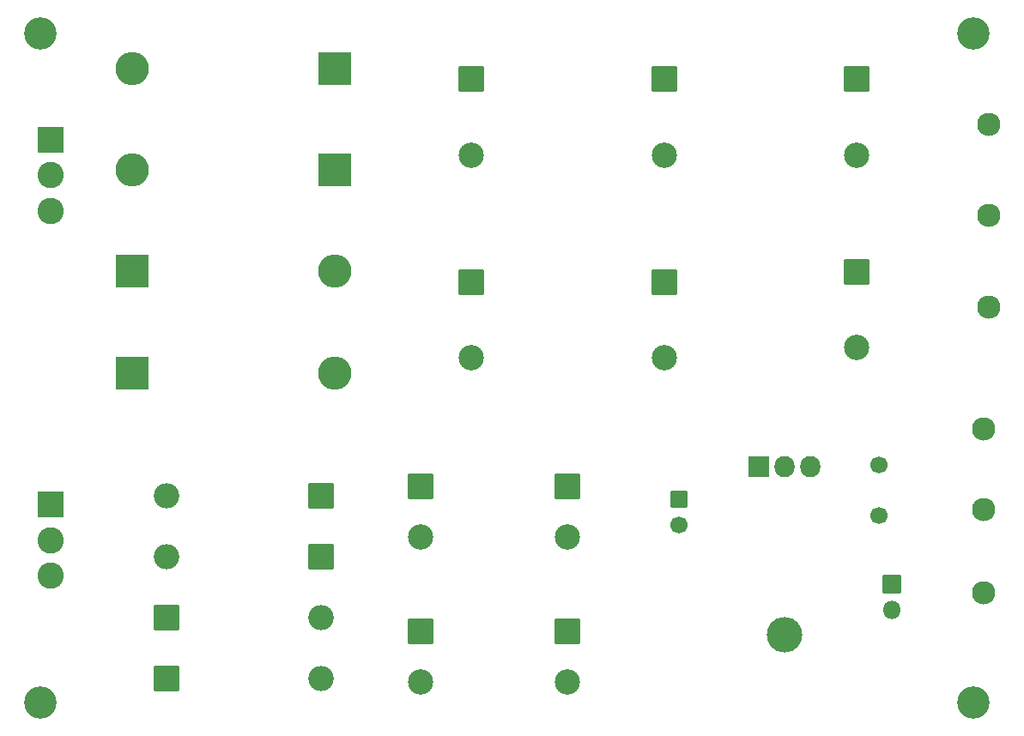
<source format=gbr>
%TF.GenerationSoftware,KiCad,Pcbnew,7.0.2-6a45011f42~172~ubuntu22.04.1*%
%TF.CreationDate,2023-05-07T16:01:11-05:00*%
%TF.ProjectId,fuente-lineal,6675656e-7465-42d6-9c69-6e65616c2e6b,V1.0.0*%
%TF.SameCoordinates,PX55d4a80PY3750280*%
%TF.FileFunction,Soldermask,Bot*%
%TF.FilePolarity,Negative*%
%FSLAX46Y46*%
G04 Gerber Fmt 4.6, Leading zero omitted, Abs format (unit mm)*
G04 Created by KiCad (PCBNEW 7.0.2-6a45011f42~172~ubuntu22.04.1) date 2023-05-07 16:01:11*
%MOMM*%
%LPD*%
G01*
G04 APERTURE LIST*
G04 Aperture macros list*
%AMRoundRect*
0 Rectangle with rounded corners*
0 $1 Rounding radius*
0 $2 $3 $4 $5 $6 $7 $8 $9 X,Y pos of 4 corners*
0 Add a 4 corners polygon primitive as box body*
4,1,4,$2,$3,$4,$5,$6,$7,$8,$9,$2,$3,0*
0 Add four circle primitives for the rounded corners*
1,1,$1+$1,$2,$3*
1,1,$1+$1,$4,$5*
1,1,$1+$1,$6,$7*
1,1,$1+$1,$8,$9*
0 Add four rect primitives between the rounded corners*
20,1,$1+$1,$2,$3,$4,$5,0*
20,1,$1+$1,$4,$5,$6,$7,0*
20,1,$1+$1,$6,$7,$8,$9,0*
20,1,$1+$1,$8,$9,$2,$3,0*%
G04 Aperture macros list end*
%ADD10RoundRect,0.050000X-1.200000X1.200000X-1.200000X-1.200000X1.200000X-1.200000X1.200000X1.200000X0*%
%ADD11C,2.500000*%
%ADD12C,3.200000*%
%ADD13C,2.300000*%
%ADD14RoundRect,0.050000X-1.250000X1.250000X-1.250000X-1.250000X1.250000X-1.250000X1.250000X1.250000X0*%
%ADD15C,2.600000*%
%ADD16RoundRect,0.050000X-0.800000X0.800000X-0.800000X-0.800000X0.800000X-0.800000X0.800000X0.800000X0*%
%ADD17C,1.700000*%
%ADD18RoundRect,0.050000X1.600000X1.600000X-1.600000X1.600000X-1.600000X-1.600000X1.600000X-1.600000X0*%
%ADD19O,3.300000X3.300000*%
%ADD20RoundRect,0.050000X-0.850000X-0.850000X0.850000X-0.850000X0.850000X0.850000X-0.850000X0.850000X0*%
%ADD21O,1.800000X1.800000*%
%ADD22RoundRect,0.050000X-1.200000X-1.200000X1.200000X-1.200000X1.200000X1.200000X-1.200000X1.200000X0*%
%ADD23O,2.500000X2.500000*%
%ADD24RoundRect,0.050000X-1.600000X-1.600000X1.600000X-1.600000X1.600000X1.600000X-1.600000X1.600000X0*%
%ADD25RoundRect,0.050000X1.200000X1.200000X-1.200000X1.200000X-1.200000X-1.200000X1.200000X-1.200000X0*%
%ADD26O,3.500000X3.500000*%
%ADD27RoundRect,0.050000X-0.952500X-1.000000X0.952500X-1.000000X0.952500X1.000000X-0.952500X1.000000X0*%
%ADD28O,2.005000X2.100000*%
G04 APERTURE END LIST*
D10*
%TO.C,C9*%
X61000000Y-53653821D03*
D11*
X61000000Y-58653821D03*
%TD*%
D12*
%TO.C,H4*%
X101000000Y-75000000D03*
%TD*%
D10*
%TO.C,C3*%
X70500000Y-13477780D03*
D11*
X70500000Y-20977780D03*
%TD*%
D13*
%TO.C,J4*%
X102500000Y-26977780D03*
%TD*%
D14*
%TO.C,J2*%
X10000000Y-55500000D03*
D15*
X10000000Y-59000000D03*
X10000000Y-62500000D03*
%TD*%
D16*
%TO.C,C11*%
X72000000Y-55000000D03*
D17*
X72000000Y-57500000D03*
%TD*%
D12*
%TO.C,H1*%
X9000000Y-9000000D03*
%TD*%
D18*
%TO.C,D2*%
X38000000Y-22477780D03*
D19*
X18000000Y-22477780D03*
%TD*%
D13*
%TO.C,J6*%
X102000000Y-48000000D03*
%TD*%
D12*
%TO.C,H2*%
X101000000Y-9000000D03*
%TD*%
D10*
%TO.C,C8*%
X46500000Y-68000000D03*
D11*
X46500000Y-73000000D03*
%TD*%
D20*
%TO.C,J9*%
X93000000Y-63325000D03*
D21*
X93000000Y-65865000D03*
%TD*%
D10*
%TO.C,C10*%
X61000000Y-68000000D03*
D11*
X61000000Y-73000000D03*
%TD*%
D22*
%TO.C,D6*%
X21380000Y-66653821D03*
D23*
X36620000Y-66653821D03*
%TD*%
D10*
%TO.C,C6*%
X89500000Y-32500000D03*
D11*
X89500000Y-40000000D03*
%TD*%
D22*
%TO.C,D8*%
X21380000Y-72653821D03*
D23*
X36620000Y-72653821D03*
%TD*%
D10*
%TO.C,C2*%
X51500000Y-33500000D03*
D11*
X51500000Y-41000000D03*
%TD*%
D13*
%TO.C,J8*%
X102000000Y-64200000D03*
%TD*%
D10*
%TO.C,C4*%
X70500000Y-33500000D03*
D11*
X70500000Y-41000000D03*
%TD*%
D24*
%TO.C,D1*%
X18000000Y-42477780D03*
D19*
X38000000Y-42477780D03*
%TD*%
D18*
%TO.C,D4*%
X38000000Y-12477780D03*
D19*
X18000000Y-12477780D03*
%TD*%
D10*
%TO.C,C1*%
X51500000Y-13477780D03*
D11*
X51500000Y-20977780D03*
%TD*%
D10*
%TO.C,C5*%
X89500000Y-13500000D03*
D11*
X89500000Y-21000000D03*
%TD*%
D14*
%TO.C,J1*%
X10000000Y-19500000D03*
D15*
X10000000Y-23000000D03*
X10000000Y-26500000D03*
%TD*%
D25*
%TO.C,D7*%
X36620000Y-60653821D03*
D23*
X21380000Y-60653821D03*
%TD*%
D26*
%TO.C,U1*%
X82370000Y-68370000D03*
D27*
X79830000Y-51710000D03*
D28*
X82370000Y-51710000D03*
X84910000Y-51710000D03*
%TD*%
D24*
%TO.C,D3*%
X18000000Y-32477780D03*
D19*
X38000000Y-32477780D03*
%TD*%
D13*
%TO.C,J5*%
X102500000Y-36000000D03*
%TD*%
D10*
%TO.C,C7*%
X46500000Y-53653821D03*
D11*
X46500000Y-58653821D03*
%TD*%
D13*
%TO.C,J3*%
X102500000Y-18000000D03*
%TD*%
%TO.C,J7*%
X102000000Y-56000000D03*
%TD*%
D12*
%TO.C,H3*%
X9000000Y-75000000D03*
%TD*%
D25*
%TO.C,D5*%
X36620000Y-54653821D03*
D23*
X21380000Y-54653821D03*
%TD*%
D17*
%TO.C,C12*%
X91720000Y-51540000D03*
X91720000Y-56540000D03*
%TD*%
M02*

</source>
